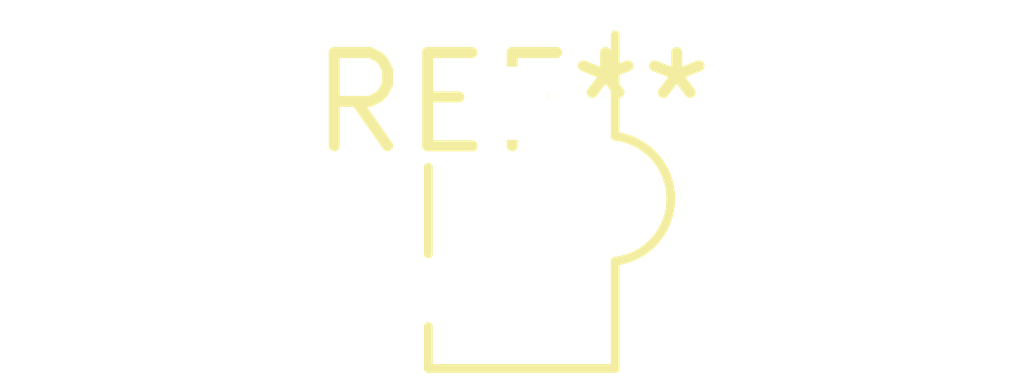
<source format=kicad_pcb>
(kicad_pcb (version 20240108) (generator pcbnew)
  (layers (0 "F.Cu" signal) (31 "B.Cu" signal) (34 "B.Paste" user) (35 "F.Paste" user) (36 "B.SilkS" user "B.Silkscreen") (37 "F.SilkS" user "F.Silkscreen") (38 "B.Mask" user) (39 "F.Mask" user) (44 "Edge.Cuts" user))
  (net 0 "")
  (footprint "Osram_LPT80A" (layer "F.Cu") (at 0 0)
    (property "Reference" "REF**")
    (property "Value" "Osram_LPT80A")
    (fp_line (start -1.14 2.05) (end -1.14 0.87) (layer "F.SilkS") (stroke (width 0.12)))
    (fp_line (start -1.14 3.61) (end -1.14 3.04) (layer "F.SilkS") (stroke (width 0.12)))
    (fp_line (start 1.4 -0.93) (end 1.4 0.45) (layer "F.SilkS") (stroke (width 0.12)))
    (fp_line (start 1.4 2.15) (end 1.4 3.61) (layer "F.SilkS") (stroke (width 0.12)))
    (fp_line (start 1.4 3.61) (end -1.14 3.61) (layer "F.SilkS") (stroke (width 0.12)))
    (fp_arc (start 1.4 0.45) (mid 1.971751 0.76967) (end 2.15 1.4) (layer "F.SilkS") (stroke (width 0.12)))
    (fp_arc (start 2.15 1.2) (mid 1.971751 1.83033) (end 1.4 2.15) (layer "F.SilkS") (stroke (width 0.12)))
    (pad "1" thru_hole roundrect (at 0 0) (size 2 1.6) (drill 1) (layers *.Cu *.Mask) (remove_unused_layers) (roundrect_rratio 0.156))
    (pad "2" thru_hole oval (at 0 2.54) (size 2 1.6) (drill 1) (layers *.Cu *.Mask) (remove_unused_layers))
  )
)
</source>
